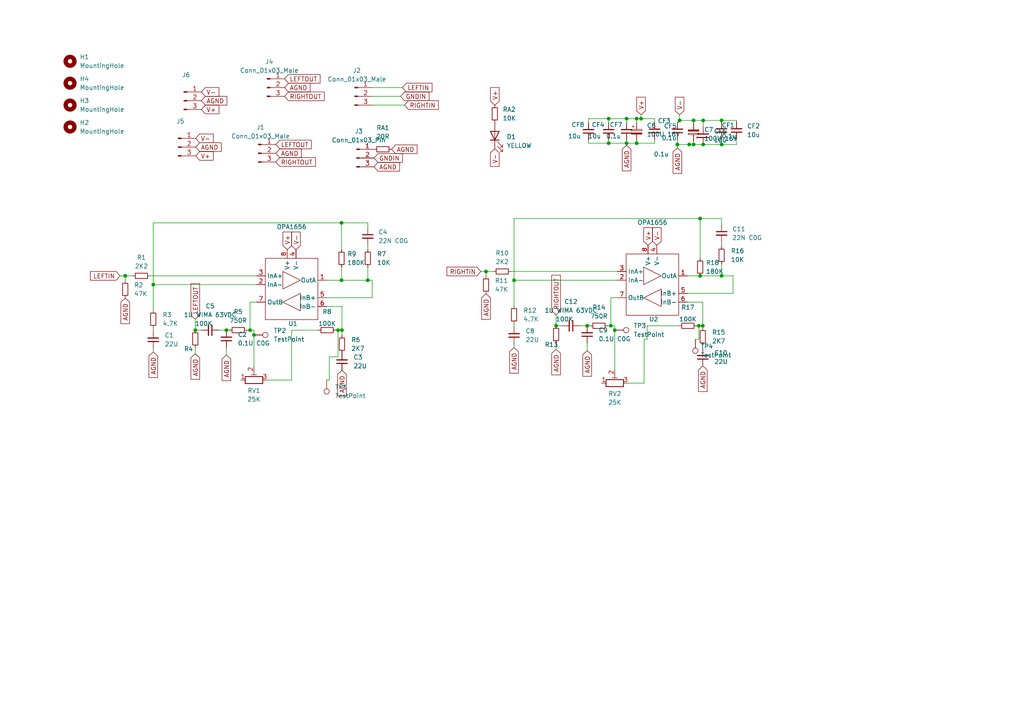
<source format=kicad_sch>
(kicad_sch (version 20231120) (generator "eeschema") (generator_version "8.0")
  (paper "A4")
  (lib_symbols
    (symbol "Amplifier_Audio:OPA2134"
      (property "Reference" "U" (at 0 -2.54 0))
      (property "Value" "OPA2134" (at 0 0 0))
      (symbol "OPA2134_0_1"
        (rectangle (start -7.62 16.51) (end 7.62 -1.27))
        (polyline (pts (xy -2.54 12.7) (xy -2.54 7.62) (xy 2.54 10.16) (xy -2.54 12.7)))
        (polyline (pts (xy 2.54 6.35) (xy 2.54 1.27) (xy -2.54 3.81) (xy 2.54 6.35)))
      )
      (symbol "OPA2134_1_1"
        (pin output line (at 10.16 10.16 180) (length 2.54) (name "OutA") (number "1"))
        (pin input line (at -10.16 8.89 0) (length 2.54) (name "InA-") (number "2"))
        (pin input line (at -10.16 11.43 0) (length 2.54) (name "InA+") (number "3"))
        (pin input line (at 1.27 19.05 270) (length 2.54) (name "V-") (number "4"))
        (pin input line (at 10.16 5.08 180) (length 2.54) (name "InB+") (number "5"))
        (pin input line (at 10.16 2.54 180) (length 2.54) (name "InB-") (number "6"))
        (pin output line (at -10.16 3.81 0) (length 2.54) (name "OutB") (number "7"))
        (pin input line (at -1.27 19.05 270) (length 2.54) (name "V+") (number "8"))
      )
    )
    (symbol "Connector:Conn_01x03_Male" (pin_names (offset 1.016) hide)
      (property "Reference" "J" (at 0 5.08 0))
      (property "Value" "Conn_01x03_Male" (at 0 -5.08 0))
      (symbol "Conn_01x03_Male_1_1"
        (polyline (pts (xy 1.27 -2.54) (xy 0.8636 -2.54)) (stroke (width 0.1524)))
        (polyline (pts (xy 1.27 0) (xy 0.8636 0)) (stroke (width 0.1524)))
        (polyline (pts (xy 1.27 2.54) (xy 0.8636 2.54)) (stroke (width 0.1524)))
        (rectangle (start 0.8636 -2.413) (end 0 -2.667) (stroke (width 0.1524)) (fill (type outline)))
        (rectangle (start 0.8636 0.127) (end 0 -0.127) (stroke (width 0.1524)) (fill (type outline)))
        (rectangle (start 0.8636 2.667) (end 0 2.413) (stroke (width 0.1524)) (fill (type outline)))
        (pin passive line (at 5.08 2.54 180) (length 3.81) (name "Pin_1") (number "1"))
        (pin passive line (at 5.08 0 180) (length 3.81) (name "Pin_2") (number "2"))
        (pin passive line (at 5.08 -2.54 180) (length 3.81) (name "Pin_3") (number "3"))
      )
    )
    (symbol "Connector:Conn_01x03_Pin" (pin_names (offset 1.016) hide)
      (property "Reference" "J" (at 0 5.08 0))
      (property "Value" "Conn_01x03_Pin" (at 0 -5.08 0))
      (symbol "Conn_01x03_Pin_1_1"
        (polyline (pts (xy 1.27 -2.54) (xy 0.8636 -2.54)) (stroke (width 0.1524)))
        (polyline (pts (xy 1.27 0) (xy 0.8636 0)) (stroke (width 0.1524)))
        (polyline (pts (xy 1.27 2.54) (xy 0.8636 2.54)) (stroke (width 0.1524)))
        (rectangle (start 0.8636 -2.413) (end 0 -2.667) (stroke (width 0.1524)) (fill (type outline)))
        (rectangle (start 0.8636 0.127) (end 0 -0.127) (stroke (width 0.1524)) (fill (type outline)))
        (rectangle (start 0.8636 2.667) (end 0 2.413) (stroke (width 0.1524)) (fill (type outline)))
        (pin passive line (at 5.08 2.54 180) (length 3.81) (name "Pin_1") (number "1"))
        (pin passive line (at 5.08 0 180) (length 3.81) (name "Pin_2") (number "2"))
        (pin passive line (at 5.08 -2.54 180) (length 3.81) (name "Pin_3") (number "3"))
      )
    )
    (symbol "Connector:TestPoint" (pin_numbers hide) (pin_names (offset 0.762) hide)
      (property "Reference" "TP" (at 0 6.858 0))
      (property "Value" "TestPoint" (at 0 5.08 0))
      (symbol "TestPoint_0_1"
        (circle (center 0 3.302) (radius 0.762))
      )
      (symbol "TestPoint_1_1"
        (pin passive line (at 0 0 90) (length 2.54) (name "1") (number "1"))
      )
    )
    (symbol "Device:C_Polarized_Small" (pin_numbers hide) (pin_names (offset 0.254) hide)
      (property "Reference" "C" (at 0.254 1.778 0))
      (property "Value" "C_Polarized_Small" (at 0.254 -2.032 0))
      (symbol "C_Polarized_Small_0_1"
        (rectangle (start -1.524 -0.3048) (end 1.524 -0.6858) (fill (type outline)))
        (rectangle (start -1.524 0.6858) (end 1.524 0.3048))
        (polyline (pts (xy -1.27 1.524) (xy -0.762 1.524)))
        (polyline (pts (xy -1.016 1.27) (xy -1.016 1.778)))
      )
      (symbol "C_Polarized_Small_1_1"
        (pin passive line (at 0 2.54 270) (length 1.8542) (name "~") (number "1"))
        (pin passive line (at 0 -2.54 90) (length 1.8542) (name "~") (number "2"))
      )
    )
    (symbol "Device:C_Small" (pin_numbers hide) (pin_names (offset 0.254) hide)
      (property "Reference" "C" (at 0.254 1.778 0))
      (property "Value" "C_Small" (at 0.254 -2.032 0))
      (symbol "C_Small_0_1"
        (polyline (pts (xy -1.524 -0.508) (xy 1.524 -0.508)) (stroke (width 0.3302)))
        (polyline (pts (xy -1.524 0.508) (xy 1.524 0.508)) (stroke (width 0.3048)))
      )
      (symbol "C_Small_1_1"
        (pin passive line (at 0 2.54 270) (length 2.032) (name "~") (number "1"))
        (pin passive line (at 0 -2.54 90) (length 2.032) (name "~") (number "2"))
      )
    )
    (symbol "Device:LED" (pin_numbers hide) (pin_names (offset 1.016) hide)
      (property "Reference" "D" (at 0 2.54 0))
      (property "Value" "LED" (at 0 -2.54 0))
      (symbol "LED_0_1"
        (polyline (pts (xy -1.27 -1.27) (xy -1.27 1.27)) (stroke (width 0.254)))
        (polyline (pts (xy -1.27 0) (xy 1.27 0)))
        (polyline (pts (xy 1.27 -1.27) (xy 1.27 1.27) (xy -1.27 0) (xy 1.27 -1.27)) (stroke (width 0.254)))
        (polyline (pts (xy -3.048 -0.762) (xy -4.572 -2.286) (xy -3.81 -2.286) (xy -4.572 -2.286) (xy -4.572 -1.524)))
        (polyline (pts (xy -1.778 -0.762) (xy -3.302 -2.286) (xy -2.54 -2.286) (xy -3.302 -2.286) (xy -3.302 -1.524)))
      )
      (symbol "LED_1_1"
        (pin passive line (at -3.81 0 0) (length 2.54) (name "K") (number "1"))
        (pin passive line (at 3.81 0 180) (length 2.54) (name "A") (number "2"))
      )
    )
    (symbol "Device:R_Potentiometer_Trim" (pin_names (offset 1.016) hide)
      (property "Reference" "RV" (at -4.445 0 90))
      (property "Value" "R_Potentiometer_Trim" (at -2.54 0 90))
      (symbol "R_Potentiometer_Trim_0_1"
        (polyline (pts (xy 1.524 0.762) (xy 1.524 -0.762)))
        (polyline (pts (xy 2.54 0) (xy 1.524 0)))
        (rectangle (start 1.016 2.54) (end -1.016 -2.54) (stroke (width 0.254)))
      )
      (symbol "R_Potentiometer_Trim_1_1"
        (pin passive line (at 0 3.81 270) (length 1.27) (name "1") (number "1"))
        (pin passive line (at 3.81 0 180) (length 1.27) (name "2") (number "2"))
        (pin passive line (at 0 -3.81 90) (length 1.27) (name "3") (number "3"))
      )
    )
    (symbol "Device:R_Small" (pin_numbers hide) (pin_names (offset 0.254) hide)
      (property "Reference" "R" (at 0.762 0.508 0))
      (property "Value" "R_Small" (at 0.762 -1.016 0))
      (symbol "R_Small_0_1"
        (rectangle (start -0.762 1.778) (end 0.762 -1.778) (stroke (width 0.2032)))
      )
      (symbol "R_Small_1_1"
        (pin passive line (at 0 2.54 270) (length 0.762) (name "~") (number "1"))
        (pin passive line (at 0 -2.54 90) (length 0.762) (name "~") (number "2"))
      )
    )
    (symbol "Mechanical:MountingHole" (pin_names (offset 1.016))
      (property "Reference" "H" (at 0 5.08 0))
      (property "Value" "MountingHole" (at 0 3.175 0))
      (symbol "MountingHole_0_1"
        (circle (center 0 0) (radius 1.27) (stroke (width 1.27)))
      )
    )
  )
  (junction (at 72.517 95.758))
  (junction (at 170.307 94.488))
  (junction (at 98.044 95.758))
  (junction (at 178.308 95.758))
  (junction (at 176.53 34.417))
  (junction (at 177.165 94.488))
  (junction (at 203.073 63.373))
  (junction (at 184.658 41.529))
  (junction (at 184.658 34.417))
  (junction (at 99.06 81.28))
  (junction (at 209.296 34.925))
  (junction (at 149.098 81.28))
  (junction (at 106.68 81.28))
  (junction (at 203.962 41.91))
  (junction (at 99.187 95.758))
  (junction (at 202.692 94.488))
  (junction (at 203.073 80.01))
  (junction (at 196.469 41.91))
  (junction (at 197.104 34.925))
  (junction (at 44.45 82.55))
  (junction (at 56.642 95.758))
  (junction (at 201.168 41.91))
  (junction (at 203.835 94.488))
  (junction (at 73.66 97.155))
  (junction (at 185.928 34.417))
  (junction (at 181.737 34.417))
  (junction (at 36.322 80.01))
  (junction (at 140.97 78.74))
  (junction (at 176.53 41.529))
  (junction (at 203.962 34.925))
  (junction (at 99.06 64.643))
  (junction (at 181.737 41.529))
  (junction (at 161.29 94.488))
  (junction (at 65.659 95.758))
  (junction (at 201.168 34.925))
  (junction (at 209.296 80.01))
  (junction (at 199.898 41.91))
  (junction (at 209.296 41.91))
  (wire (pts (xy 187.706 94.488) (xy 187.706 98.425)))
  (wire (pts (xy 106.68 72.39) (xy 106.68 71.12)))
  (wire (pts (xy 116.205 27.94) (xy 107.95 27.94)))
  (wire (pts (xy 98.044 95.758) (xy 99.187 95.758)))
  (wire (pts (xy 99.187 88.9) (xy 99.187 95.758)))
  (wire (pts (xy 72.517 87.63) (xy 74.422 87.63)))
  (wire (pts (xy 149.098 94.742) (xy 149.098 93.853)))
  (wire (pts (xy 170.307 101.727) (xy 170.307 99.568)))
  (wire (pts (xy 99.06 64.643) (xy 99.06 72.39)))
  (wire (pts (xy 99.187 95.758) (xy 99.187 97.282)))
  (wire (pts (xy 92.329 95.758) (xy 84.582 95.758)))
  (wire (pts (xy 213.614 34.925) (xy 209.296 34.925)))
  (wire (pts (xy 177.165 94.488) (xy 177.165 86.36)))
  (wire (pts (xy 178.308 94.488) (xy 177.165 94.488)))
  (wire (pts (xy 196.977 94.488) (xy 187.706 94.488)))
  (wire (pts (xy 95.504 110.236) (xy 94.742 110.236)))
  (wire (pts (xy 176.53 41.529) (xy 181.737 41.529)))
  (wire (pts (xy 197.104 34.925) (xy 201.168 34.925)))
  (wire (pts (xy 56.642 102.616) (xy 56.642 100.838)))
  (wire (pts (xy 203.073 63.373) (xy 203.073 74.93)))
  (wire (pts (xy 94.742 86.36) (xy 107.95 86.36)))
  (wire (pts (xy 184.658 35.687) (xy 184.658 34.417)))
  (wire (pts (xy 184.658 40.767) (xy 184.658 41.529)))
  (wire (pts (xy 176.53 35.56) (xy 176.53 34.417)))
  (wire (pts (xy 177.165 86.36) (xy 179.07 86.36)))
  (wire (pts (xy 176.276 94.488) (xy 177.165 94.488)))
  (wire (pts (xy 184.658 41.529) (xy 189.865 41.529)))
  (wire (pts (xy 189.865 35.433) (xy 189.865 34.417)))
  (wire (pts (xy 201.168 40.894) (xy 201.168 41.91)))
  (wire (pts (xy 107.95 25.4) (xy 116.713 25.4)))
  (wire (pts (xy 140.97 80.137) (xy 140.97 78.74)))
  (wire (pts (xy 178.308 95.758) (xy 178.308 94.488)))
  (wire (pts (xy 209.296 63.373) (xy 203.073 63.373)))
  (wire (pts (xy 99.06 81.28) (xy 106.68 81.28)))
  (wire (pts (xy 161.29 101.346) (xy 161.29 99.568)))
  (wire (pts (xy 73.66 95.758) (xy 72.517 95.758)))
  (wire (pts (xy 94.742 88.9) (xy 99.187 88.9)))
  (wire (pts (xy 140.97 78.74) (xy 143.129 78.74)))
  (wire (pts (xy 107.95 81.28) (xy 107.95 86.36)))
  (wire (pts (xy 203.835 101.092) (xy 203.835 100.203)))
  (wire (pts (xy 213.614 41.91) (xy 209.296 41.91)))
  (wire (pts (xy 149.098 63.373) (xy 203.073 63.373)))
  (wire (pts (xy 98.044 95.758) (xy 98.044 103.505)))
  (wire (pts (xy 209.296 34.925) (xy 203.962 34.925)))
  (wire (pts (xy 170.688 34.417) (xy 176.53 34.417)))
  (wire (pts (xy 201.168 41.91) (xy 203.962 41.91)))
  (wire (pts (xy 63.5 95.758) (xy 65.659 95.758)))
  (wire (pts (xy 44.45 102.108) (xy 44.45 101.092)))
  (wire (pts (xy 185.928 34.417) (xy 184.658 34.417)))
  (wire (pts (xy 181.737 34.417) (xy 181.737 35.56)))
  (wire (pts (xy 170.688 41.529) (xy 176.53 41.529)))
  (wire (pts (xy 44.45 64.643) (xy 99.06 64.643)))
  (wire (pts (xy 199.39 85.09) (xy 212.598 85.09)))
  (wire (pts (xy 209.296 80.01) (xy 212.598 80.01)))
  (wire (pts (xy 43.561 80.01) (xy 74.422 80.01)))
  (wire (pts (xy 44.45 82.55) (xy 74.422 82.55)))
  (wire (pts (xy 149.098 81.28) (xy 179.07 81.28)))
  (wire (pts (xy 197.104 33.274) (xy 197.104 34.925)))
  (wire (pts (xy 199.771 41.783) (xy 199.898 41.91)))
  (wire (pts (xy 56.642 92.583) (xy 56.642 95.758)))
  (wire (pts (xy 71.628 95.758) (xy 72.517 95.758)))
  (wire (pts (xy 99.06 77.47) (xy 99.06 81.28)))
  (wire (pts (xy 106.68 64.643) (xy 99.06 64.643)))
  (wire (pts (xy 106.68 77.47) (xy 106.68 81.28)))
  (wire (pts (xy 203.835 94.488) (xy 203.835 95.123)))
  (wire (pts (xy 170.307 94.488) (xy 171.196 94.488)))
  (wire (pts (xy 170.688 40.64) (xy 170.688 41.529)))
  (wire (pts (xy 170.688 35.56) (xy 170.688 34.417)))
  (wire (pts (xy 149.098 81.28) (xy 149.098 88.773)))
  (wire (pts (xy 203.073 80.01) (xy 209.296 80.01)))
  (wire (pts (xy 197.104 35.433) (xy 196.469 35.433)))
  (wire (pts (xy 189.865 34.417) (xy 185.928 34.417)))
  (wire (pts (xy 65.659 102.997) (xy 65.659 100.838)))
  (wire (pts (xy 106.68 66.04) (xy 106.68 64.643)))
  (wire (pts (xy 148.209 78.74) (xy 179.07 78.74)))
  (wire (pts (xy 201.168 35.814) (xy 201.168 34.925)))
  (wire (pts (xy 95.504 103.505) (xy 95.504 110.236)))
  (wire (pts (xy 186.817 98.425) (xy 186.817 111.125)))
  (wire (pts (xy 73.66 97.155) (xy 73.66 106.426)))
  (wire (pts (xy 178.308 95.758) (xy 178.308 107.315)))
  (wire (pts (xy 72.517 95.758) (xy 72.517 87.63)))
  (wire (pts (xy 149.098 100.838) (xy 149.098 99.822)))
  (wire (pts (xy 196.469 40.513) (xy 196.469 41.91)))
  (wire (pts (xy 201.168 34.925) (xy 203.962 34.925)))
  (wire (pts (xy 209.296 35.306) (xy 209.296 34.925)))
  (wire (pts (xy 84.582 110.236) (xy 77.47 110.236)))
  (wire (pts (xy 202.692 94.488) (xy 203.835 94.488)))
  (wire (pts (xy 44.45 82.55) (xy 44.45 90.043)))
  (wire (pts (xy 181.737 41.529) (xy 184.658 41.529)))
  (wire (pts (xy 186.817 111.125) (xy 182.118 111.125)))
  (wire (pts (xy 139.446 78.74) (xy 140.97 78.74)))
  (wire (pts (xy 212.598 80.01) (xy 212.598 85.09)))
  (wire (pts (xy 36.322 81.407) (xy 36.322 80.01)))
  (wire (pts (xy 84.582 95.758) (xy 84.582 110.236)))
  (wire (pts (xy 202.692 94.488) (xy 202.692 98.425)))
  (wire (pts (xy 161.29 94.488) (xy 163.068 94.488)))
  (wire (pts (xy 209.296 65.151) (xy 209.296 63.373)))
  (wire (pts (xy 36.322 80.01) (xy 38.481 80.01)))
  (wire (pts (xy 98.044 103.505) (xy 95.504 103.505)))
  (wire (pts (xy 176.53 40.64) (xy 176.53 41.529)))
  (wire (pts (xy 94.742 81.28) (xy 99.06 81.28)))
  (wire (pts (xy 185.928 33.274) (xy 185.928 34.417)))
  (wire (pts (xy 209.296 76.581) (xy 209.296 80.01)))
  (wire (pts (xy 34.798 80.01) (xy 36.322 80.01)))
  (wire (pts (xy 213.614 35.306) (xy 213.614 34.925)))
  (wire (pts (xy 97.409 95.758) (xy 98.044 95.758)))
  (wire (pts (xy 181.737 41.529) (xy 181.737 42.164)))
  (wire (pts (xy 44.45 82.55) (xy 44.45 64.643)))
  (wire (pts (xy 209.296 40.386) (xy 209.296 41.91)))
  (wire (pts (xy 161.29 91.313) (xy 161.29 94.488)))
  (wire (pts (xy 73.66 97.155) (xy 73.66 95.758)))
  (wire (pts (xy 107.95 30.48) (xy 117.348 30.48)))
  (wire (pts (xy 213.614 40.386) (xy 213.614 41.91)))
  (wire (pts (xy 44.45 96.012) (xy 44.45 95.123)))
  (wire (pts (xy 202.692 98.425) (xy 201.676 98.425)))
  (wire (pts (xy 197.104 34.925) (xy 197.104 35.433)))
  (wire (pts (xy 202.057 94.488) (xy 202.692 94.488)))
  (wire (pts (xy 149.098 81.28) (xy 149.098 63.373)))
  (wire (pts (xy 189.865 40.513) (xy 189.865 41.529)))
  (wire (pts (xy 199.39 87.63) (xy 203.835 87.63)))
  (wire (pts (xy 203.962 36.83) (xy 203.962 34.925)))
  (wire (pts (xy 199.898 41.91) (xy 201.168 41.91)))
  (wire (pts (xy 209.296 41.91) (xy 203.962 41.91)))
  (wire (pts (xy 184.658 34.417) (xy 181.737 34.417)))
  (wire (pts (xy 209.296 71.501) (xy 209.296 70.231)))
  (wire (pts (xy 186.817 98.425) (xy 187.706 98.425)))
  (wire (pts (xy 168.148 94.488) (xy 170.307 94.488)))
  (wire (pts (xy 181.737 40.64) (xy 181.737 41.529)))
  (wire (pts (xy 196.469 41.91) (xy 199.898 41.91)))
  (wire (pts (xy 203.835 87.63) (xy 203.835 94.488)))
  (wire (pts (xy 56.642 95.758) (xy 58.42 95.758)))
  (wire (pts (xy 176.53 34.417) (xy 181.737 34.417)))
  (wire (pts (xy 196.469 41.91) (xy 196.469 42.926)))
  (wire (pts (xy 106.68 81.28) (xy 107.95 81.28)))
  (wire (pts (xy 65.659 95.758) (xy 66.548 95.758)))
  (wire (pts (xy 199.39 80.01) (xy 203.073 80.01)))
  (global_label "AGND" (shape input) (at 99.187 107.442 270) (property "Intersheetrefs" "${INTERSHEET_REFS}" (effects (hide yes))))
  (global_label "LEFTIN" (shape input) (at 34.798 80.01 180) (property "Intersheetrefs" "${INTERSHEET_REFS}" (effects (hide yes))))
  (global_label "AGND" (shape input) (at 36.322 86.487 270) (property "Intersheetrefs" "${INTERSHEET_REFS}" (effects (hide yes))))
  (global_label "AGND" (shape input) (at 58.42 29.21 0) (property "Intersheetrefs" "${INTERSHEET_REFS}" (effects (hide yes))))
  (global_label "AGND" (shape input) (at 113.581 43.2981 0) (property "Intersheetrefs" "${INTERSHEET_REFS}" (effects (hide yes))))
  (global_label "V-" (shape input) (at 85.852 72.39 90) (property "Intersheetrefs" "${INTERSHEET_REFS}" (effects (hide yes))))
  (global_label "AGND" (shape input) (at 161.29 101.346 270) (property "Intersheetrefs" "${INTERSHEET_REFS}" (effects (hide yes))))
  (global_label "AGND" (shape input) (at 56.769 42.672 0) (property "Intersheetrefs" "${INTERSHEET_REFS}" (effects (hide yes))))
  (global_label "AGND" (shape input) (at 170.307 101.727 270) (property "Intersheetrefs" "${INTERSHEET_REFS}" (effects (hide yes))))
  (global_label "AGND" (shape input) (at 56.642 102.616 270) (property "Intersheetrefs" "${INTERSHEET_REFS}" (effects (hide yes))))
  (global_label "AGND" (shape input) (at 65.659 102.997 270) (property "Intersheetrefs" "${INTERSHEET_REFS}" (effects (hide yes))))
  (global_label "AGND" (shape input) (at 181.737 42.164 270) (property "Intersheetrefs" "${INTERSHEET_REFS}" (effects (hide yes))))
  (global_label "LEFTOUT" (shape input) (at 56.642 92.583 90) (property "Intersheetrefs" "${INTERSHEET_REFS}" (effects (hide yes))))
  (global_label "V-" (shape input) (at 143.51 43.18 270) (property "Intersheetrefs" "${INTERSHEET_REFS}" (effects (hide yes))))
  (global_label "V-" (shape input) (at 58.42 26.67 0) (property "Intersheetrefs" "${INTERSHEET_REFS}" (effects (hide yes))))
  (global_label "GNDIN" (shape input) (at 116.205 27.94 0) (property "Intersheetrefs" "${INTERSHEET_REFS}" (effects (hide yes))))
  (global_label "AGND" (shape input) (at 44.45 102.108 270) (property "Intersheetrefs" "${INTERSHEET_REFS}" (effects (hide yes))))
  (global_label "V-" (shape input) (at 197.104 33.274 90) (property "Intersheetrefs" "${INTERSHEET_REFS}" (effects (hide yes))))
  (global_label "V+" (shape input) (at 56.769 45.212 0) (property "Intersheetrefs" "${INTERSHEET_REFS}" (effects (hide yes))))
  (global_label "AGND" (shape input) (at 149.098 100.838 270) (property "Intersheetrefs" "${INTERSHEET_REFS}" (effects (hide yes))))
  (global_label "RIGHTOUT" (shape input) (at 82.55 27.94 0) (property "Intersheetrefs" "${INTERSHEET_REFS}" (effects (hide yes))))
  (global_label "V+" (shape input) (at 58.42 31.75 0) (property "Intersheetrefs" "${INTERSHEET_REFS}" (effects (hide yes))))
  (global_label "RIGHTIN" (shape input) (at 139.446 78.74 180) (property "Intersheetrefs" "${INTERSHEET_REFS}" (effects (hide yes))))
  (global_label "RIGHTIN" (shape input) (at 117.348 30.48 0) (property "Intersheetrefs" "${INTERSHEET_REFS}" (effects (hide yes))))
  (global_label "V-" (shape input) (at 190.5 71.12 90) (property "Intersheetrefs" "${INTERSHEET_REFS}" (effects (hide yes))))
  (global_label "V+" (shape input) (at 187.96 71.12 90) (property "Intersheetrefs" "${INTERSHEET_REFS}" (effects (hide yes))))
  (global_label "V+" (shape input) (at 143.51 30.48 90) (property "Intersheetrefs" "${INTERSHEET_REFS}" (effects (hide yes))))
  (global_label "AGND" (shape input) (at 80.01 44.45 0) (property "Intersheetrefs" "${INTERSHEET_REFS}" (effects (hide yes))))
  (global_label "AGND" (shape input) (at 108.501 48.3781 0) (property "Intersheetrefs" "${INTERSHEET_REFS}" (effects (hide yes))))
  (global_label "AGND" (shape input) (at 196.469 42.926 270) (property "Intersheetrefs" "${INTERSHEET_REFS}" (effects (hide yes))))
  (global_label "AGND" (shape input) (at 82.55 25.4 0) (property "Intersheetrefs" "${INTERSHEET_REFS}" (effects (hide yes))))
  (global_label "GNDIN" (shape input) (at 108.501 45.8381 0) (property "Intersheetrefs" "${INTERSHEET_REFS}" (effects (hide yes))))
  (global_label "LEFTOUT" (shape input) (at 80.01 41.91 0) (property "Intersheetrefs" "${INTERSHEET_REFS}" (effects (hide yes))))
  (global_label "RIGHTOUT" (shape input) (at 80.01 46.99 0) (property "Intersheetrefs" "${INTERSHEET_REFS}" (effects (hide yes))))
  (global_label "LEFTOUT" (shape input) (at 82.55 22.86 0) (property "Intersheetrefs" "${INTERSHEET_REFS}" (effects (hide yes))))
  (global_label "LEFTIN" (shape input) (at 116.713 25.4 0) (property "Intersheetrefs" "${INTERSHEET_REFS}" (effects (hide yes))))
  (global_label "V+" (shape input) (at 185.928 33.274 90) (property "Intersheetrefs" "${INTERSHEET_REFS}" (effects (hide yes))))
  (global_label "AGND" (shape input) (at 140.97 85.217 270) (property "Intersheetrefs" "${INTERSHEET_REFS}" (effects (hide yes))))
  (global_label "V-" (shape input) (at 56.769 40.132 0) (property "Intersheetrefs" "${INTERSHEET_REFS}" (effects (hide yes))))
  (global_label "V+" (shape input) (at 83.312 72.39 90) (property "Intersheetrefs" "${INTERSHEET_REFS}" (effects (hide yes))))
  (global_label "RIGHTOUT" (shape input) (at 161.29 91.313 90) (property "Intersheetrefs" "${INTERSHEET_REFS}" (effects (hide yes))))
  (global_label "AGND" (shape input) (at 203.835 106.172 270) (property "Intersheetrefs" "${INTERSHEET_REFS}" (effects (hide yes))))
  (symbol (lib_id "Device:R_Small") (at 203.835 97.663 180) (unit 1)
    (property "Reference" "R15" (at 206.502 96.3929 0) (effects (justify right)))
    (property "Value" "2K7" (at 206.502 98.9329 0) (effects (justify right)))
    (property "Footprint" "Resistor_SMD:R_0805_2012Metric_Pad1.20x1.40mm_HandSolder" (effects (hide yes)))
    (property "Mouser" " 603-RT0805FRE072K7L " (effects (hide yes)))
  )
  (symbol (lib_id "Device:C_Polarized_Small") (at 184.658 38.227 0) (unit 1)
    (property "Reference" "C6" (at 187.579 36.4108 0) (effects (justify left)))
    (property "Value" "100U 16V" (at 187.579 38.9508 0) (effects (justify left)))
    (property "Footprint" "Capacitor_THT:CP_Radial_D6.3mm_P2.50mm" (effects (hide yes)))
  )
  (symbol (lib_id "Device:R_Small") (at 140.97 82.677 180) (unit 1)
    (property "Reference" "R11" (at 143.51 81.4069 0) (effects (justify right)))
    (property "Value" "47K" (at 143.51 83.9469 0) (effects (justify right)))
    (property "Footprint" "Resistor_SMD:R_0805_2012Metric_Pad1.20x1.40mm_HandSolder" (effects (hide yes)))
    (property "Mouser" " 603-RT0805FRE0747KL " (effects (hide yes)))
  )
  (symbol (lib_id "Connector:Conn_01x03_Male") (at 102.87 27.94 0) (unit 1)
    (property "Reference" "J2" (at 103.505 20.447 0))
    (property "Value" "Conn_01x03_Male" (at 103.505 22.987 0))
    (property "Footprint" "Connector_JST:JST_PH_B3B-PH-K_1x03_P2.00mm_Vertical" (effects (hide yes)))
  )
  (symbol (lib_id "Mechanical:MountingHole") (at 20.32 17.78 0) (unit 1)
    (property "Reference" "H1" (at 23.114 16.5099 0) (effects (justify left)))
    (property "Value" "MountingHole" (at 23.114 19.0499 0) (effects (justify left)))
    (property "Footprint" "MountingHole:MountingHole_3.2mm_M3_DIN965_Pad_TopOnly" (effects (hide yes)))
  )
  (symbol (lib_id "Device:R_Small") (at 41.021 80.01 90) (unit 1)
    (property "Reference" "R1" (at 41.021 74.676 90))
    (property "Value" "2K2" (at 41.021 77.216 90))
    (property "Footprint" "Resistor_SMD:R_0805_2012Metric_Pad1.20x1.40mm_HandSolder" (effects (hide yes)))
    (property "Mouser" " 603-RT0805FRE072K2L " (effects (hide yes)))
  )
  (symbol (lib_id "Device:C_Polarized_Small") (at 201.168 38.354 180) (unit 1)
    (property "Reference" "C7" (at 204.216 37.63 0) (effects (justify right)))
    (property "Value" "100U 16V" (at 204.216 40.17 0) (effects (justify right)))
    (property "Footprint" "Capacitor_THT:CP_Radial_D6.3mm_P2.50mm" (effects (hide yes)))
  )
  (symbol (lib_id "Connector:TestPoint") (at 73.66 97.155 270) (unit 1)
    (property "Reference" "TP2" (at 79.375 95.8849 90) (effects (justify left)))
    (property "Value" "TestPoint" (at 79.375 98.4249 90) (effects (justify left)))
    (property "Footprint" "TestPoint:TestPoint_THTPad_1.5x1.5mm_Drill0.7mm" (effects (hide yes)))
  )
  (symbol (lib_id "Device:R_Small") (at 36.322 83.947 180) (unit 1)
    (property "Reference" "R2" (at 38.862 82.6769 0) (effects (justify right)))
    (property "Value" "47K" (at 38.862 85.2169 0) (effects (justify right)))
    (property "Footprint" "Resistor_SMD:R_0805_2012Metric_Pad1.20x1.40mm_HandSolder" (effects (hide yes)))
    (property "Mouser" " 603-RT0805FRE0747KL " (effects (hide yes)))
  )
  (symbol (lib_id "Device:C_Small") (at 209.296 67.691 0) (unit 1)
    (property "Reference" "C11" (at 212.344 66.4272 0) (effects (justify left)))
    (property "Value" "22N C0G" (at 212.344 68.9672 0) (effects (justify left)))
    (property "Footprint" "Capacitor_SMD:C_0805_2012Metric_Pad1.18x1.45mm_HandSolder" (effects (hide yes)))
  )
  (symbol (lib_id "Device:R_Small") (at 44.45 92.583 180) (unit 1)
    (property "Reference" "R3" (at 47.117 91.3129 0) (effects (justify right)))
    (property "Value" "4.7K" (at 47.117 93.8529 0) (effects (justify right)))
    (property "Footprint" "Resistor_SMD:R_0805_2012Metric_Pad1.20x1.40mm_HandSolder" (effects (hide yes)))
    (property "Mouser" " 603-RT0805FRE074K7L " (effects (hide yes)))
  )
  (symbol (lib_id "Device:R_Small") (at 106.68 74.93 180) (unit 1)
    (property "Reference" "R7" (at 109.347 73.6599 0) (effects (justify right)))
    (property "Value" "10K" (at 109.347 76.1999 0) (effects (justify right)))
    (property "Footprint" "Resistor_SMD:R_0805_2012Metric_Pad1.20x1.40mm_HandSolder" (effects (hide yes)))
    (property "Mouser" " 603-RT0805FRE1310KL " (effects (hide yes)))
  )
  (symbol (lib_id "Device:R_Small") (at 203.073 77.47 0) (unit 1)
    (property "Reference" "R18" (at 204.724 76.1999 0) (effects (justify left)))
    (property "Value" "180K" (at 204.724 78.7399 0) (effects (justify left)))
    (property "Footprint" "Resistor_SMD:R_0805_2012Metric_Pad1.20x1.40mm_HandSolder" (effects (hide yes)))
    (property "Mouser" " 603-RT0805FRE07180KL " (effects (hide yes)))
  )
  (symbol (lib_id "Device:R_Small") (at 94.869 95.758 90) (unit 1)
    (property "Reference" "R8" (at 94.869 90.424 90))
    (property "Value" "100K" (at 94.869 93.853 90))
    (property "Footprint" "Resistor_SMD:R_0805_2012Metric_Pad1.20x1.40mm_HandSolder" (effects (hide yes)))
    (property "Mouser" " 603-RT0805FRE10100KL " (effects (hide yes)))
  )
  (symbol (lib_id "Device:C_Small") (at 60.96 95.758 270) (unit 1)
    (property "Reference" "C5" (at 60.9536 88.773 90))
    (property "Value" "1U WIMA 63VDC" (at 60.9536 91.313 90))
    (property "Footprint" "Capacitor_THT:C_Rect_L7.2mm_W11.0mm_P5.00mm_FKS2_FKP2_MKS2_MKP2" (effects (hide yes)))
    (property "Mouser" " 505-MKP2C0411NMN " (effects (hide yes)))
  )
  (symbol (lib_id "Mechanical:MountingHole") (at 20.32 36.83 0) (unit 1)
    (property "Reference" "H2" (at 23.114 35.5599 0) (effects (justify left)))
    (property "Value" "MountingHole" (at 23.114 38.0999 0) (effects (justify left)))
    (property "Footprint" "MountingHole:MountingHole_3.2mm_M3_DIN965_Pad_TopOnly" (effects (hide yes)))
  )
  (symbol (lib_id "Device:R_Small") (at 143.51 33.02 180) (unit 1)
    (property "Reference" "RA2" (at 145.796 31.7499 0) (effects (justify right)))
    (property "Value" "10K" (at 145.796 34.2899 0) (effects (justify right)))
    (property "Footprint" "Resistor_SMD:R_0603_1608Metric" (effects (hide yes)))
  )
  (symbol (lib_id "Device:C_Small") (at 170.307 97.028 180) (unit 1)
    (property "Reference" "C9" (at 173.609 95.7515 0) (effects (justify right)))
    (property "Value" "0.1U C0G" (at 173.609 98.2915 0) (effects (justify right)))
    (property "Footprint" "Capacitor_SMD:C_1206_3216Metric_Pad1.33x1.80mm_HandSolder" (effects (hide yes)))
    (property "Mouser" " 81-GRM3195C1H104GA5D " (effects (hide yes)))
  )
  (symbol (lib_id "Device:R_Small") (at 145.669 78.74 90) (unit 1)
    (property "Reference" "R10" (at 145.669 73.406 90))
    (property "Value" "2K2" (at 145.669 75.946 90))
    (property "Footprint" "Resistor_SMD:R_0805_2012Metric_Pad1.20x1.40mm_HandSolder" (effects (hide yes)))
    (property "Mouser" " 603-RT0805FRE072K2L " (effects (hide yes)))
  )
  (symbol (lib_id "Device:LED") (at 143.51 39.37 90) (unit 1)
    (property "Reference" "D1" (at 146.939 39.6874 90) (effects (justify right)))
    (property "Value" "YELLOW" (at 146.939 42.2274 90) (effects (justify right)))
    (property "Footprint" "LED_SMD:LED_0603_1608Metric_Pad1.05x0.95mm_HandSolder" (effects (hide yes)))
  )
  (symbol (lib_id "Device:C_Small") (at 165.608 94.488 270) (unit 1)
    (property "Reference" "C12" (at 165.6016 87.503 90))
    (property "Value" "1U WIMA 63VDC" (at 165.6016 90.043 90))
    (property "Footprint" "Capacitor_THT:C_Rect_L7.2mm_W11.0mm_P5.00mm_FKS2_FKP2_MKS2_MKP2" (effects (hide yes)))
    (property "Mouser" " 505-MKP2C0411NMN " (effects (hide yes)))
  )
  (symbol (lib_id "Device:R_Potentiometer_Trim") (at 73.66 110.236 90) (unit 1)
    (property "Reference" "RV1" (at 73.66 113.284 90))
    (property "Value" "25K" (at 73.66 115.824 90))
    (property "Footprint" "Potentiometer_THT:Potentiometer_Bourns_3296W_Vertical" (effects (hide yes)))
  )
  (symbol (lib_id "Device:R_Potentiometer_Trim") (at 178.308 111.125 90) (unit 1)
    (property "Reference" "RV2" (at 178.308 114.173 90))
    (property "Value" "25K" (at 178.308 116.713 90))
    (property "Footprint" "Potentiometer_THT:Potentiometer_Bourns_3296W_Vertical" (effects (hide yes)))
  )
  (symbol (lib_id "Device:C_Small") (at 170.688 38.1 180) (unit 1)
    (property "Reference" "CF8" (at 165.735 36.195 0) (effects (justify right)))
    (property "Value" "10u" (at 164.719 39.497 0) (effects (justify right)))
    (property "Footprint" "Capacitor_SMD:C_1206_3216Metric_Pad1.33x1.80mm_HandSolder" (effects (hide yes)))
  )
  (symbol (lib_id "Connector:Conn_01x03_Male") (at 51.689 42.672 0) (unit 1)
    (property "Reference" "J5" (at 52.324 35.179 0))
    (property "Value" "Conn_01x03_Male" (effects (hide yes)))
    (property "Footprint" "Connector_JST:JST_PH_B3B-PH-K_1x03_P2.00mm_Vertical" (effects (hide yes)))
  )
  (symbol (lib_id "Device:R_Small") (at 99.187 99.822 180) (unit 1)
    (property "Reference" "R6" (at 101.854 98.5519 0) (effects (justify right)))
    (property "Value" "2K7" (at 101.854 101.0919 0) (effects (justify right)))
    (property "Footprint" "Resistor_SMD:R_0805_2012Metric_Pad1.20x1.40mm_HandSolder" (effects (hide yes)))
    (property "Mouser" " 603-RT0805FRE072K7L " (effects (hide yes)))
  )
  (symbol (lib_id "Mechanical:MountingHole") (at 20.32 30.48 0) (unit 1)
    (property "Reference" "H3" (at 23.114 29.2099 0) (effects (justify left)))
    (property "Value" "MountingHole" (at 23.114 31.7499 0) (effects (justify left)))
    (property "Footprint" "MountingHole:MountingHole_3.2mm_M3_DIN965_Pad_TopOnly" (effects (hide yes)))
  )
  (symbol (lib_id "Device:C_Small") (at 203.835 103.632 180) (unit 1)
    (property "Reference" "C10" (at 207.137 102.3555 0) (effects (justify right)))
    (property "Value" "22U" (at 207.137 104.8955 0) (effects (justify right)))
    (property "Footprint" "Capacitor_THT:CP_Radial_D6.3mm_P2.50mm" (effects (hide yes)))
  )
  (symbol (lib_id "Mechanical:MountingHole") (at 20.32 24.13 0) (unit 1)
    (property "Reference" "H4" (at 23.114 22.8599 0) (effects (justify left)))
    (property "Value" "MountingHole" (at 23.114 25.3999 0) (effects (justify left)))
    (property "Footprint" "MountingHole:MountingHole_3.2mm_M3_DIN965_Pad_TopOnly" (effects (hide yes)))
  )
  (symbol (lib_id "Device:R_Small") (at 161.29 97.028 180) (unit 1)
    (property "Reference" "R13" (at 157.988 99.949 0) (effects (justify right)))
    (property "Value" "100K" (at 161.163 92.583 0) (effects (justify right)))
    (property "Footprint" "Resistor_SMD:R_0805_2012Metric_Pad1.20x1.40mm_HandSolder" (effects (hide yes)))
    (property "Mouser" " 603-RT0805FRE10100KL " (effects (hide yes)))
  )
  (symbol (lib_id "Connector:Conn_01x03_Male") (at 74.93 44.45 0) (unit 1)
    (property "Reference" "J1" (at 75.565 36.957 0))
    (property "Value" "Conn_01x03_Male" (at 75.565 39.497 0))
    (property "Footprint" "Connector_JST:JST_PH_B3B-PH-K_1x03_P2.00mm_Vertical" (effects (hide yes)))
  )
  (symbol (lib_id "Amplifier_Audio:OPA2134") (at 189.23 90.17 0) (unit 1)
    (property "Reference" "U2" (at 189.611 92.583 0))
    (property "Value" "OPA1656" (at 189.23 64.516 0))
    (property "Footprint" "Package_DIP:DIP-8_W7.62mm_Socket" (effects (hide yes)))
    (property "Mouser" "595-OPA1656IDR" (effects (hide yes)))
  )
  (symbol (lib_id "Device:R_Small") (at 69.088 95.758 90) (unit 1)
    (property "Reference" "R5" (at 69.088 90.424 90))
    (property "Value" "750R" (at 69.088 92.964 90))
    (property "Footprint" "Resistor_SMD:R_0805_2012Metric_Pad1.20x1.40mm_HandSolder" (effects (hide yes)))
    (property "Mouser" " 603-RT0805FRE07750RL " (effects (hide yes)))
  )
  (symbol (lib_id "Device:C_Small") (at 213.614 37.846 180) (unit 1)
    (property "Reference" "CF2" (at 216.662 36.5695 0) (effects (justify right)))
    (property "Value" "10u" (at 216.662 39.1095 0) (effects (justify right)))
    (property "Footprint" "Capacitor_SMD:C_1206_3216Metric_Pad1.33x1.80mm_HandSolder" (effects (hide yes)))
  )
  (symbol (lib_id "Device:R_Small") (at 149.098 91.313 180) (unit 1)
    (property "Reference" "R12" (at 151.765 90.0429 0) (effects (justify right)))
    (property "Value" "4.7K" (at 151.765 92.5829 0) (effects (justify right)))
    (property "Footprint" "Resistor_SMD:R_0805_2012Metric_Pad1.20x1.40mm_HandSolder" (effects (hide yes)))
    (property "Mouser" " 603-RT0805FRE074K7L " (effects (hide yes)))
  )
  (symbol (lib_id "Device:C_Small") (at 181.737 38.1 180) (unit 1)
    (property "Reference" "CF7" (at 176.784 36.195 0) (effects (justify right)))
    (property "Value" "0.1u" (at 175.768 39.497 0) (effects (justify right)))
    (property "Footprint" "Capacitor_SMD:C_0805_2012Metric_Pad1.18x1.45mm_HandSolder" (effects (hide yes)))
  )
  (symbol (lib_id "Device:C_Small") (at 209.296 37.846 180) (unit 1)
    (property "Reference" "CF1" (at 209.296 36.322 0) (effects (justify right)))
    (property "Value" "0.1u" (at 209.296 39.497 0) (effects (justify right)))
    (property "Footprint" "Capacitor_SMD:C_0805_2012Metric_Pad1.18x1.45mm_HandSolder" (effects (hide yes)))
  )
  (symbol (lib_id "Connector:TestPoint") (at 94.742 110.236 180) (unit 1)
    (property "Reference" "TP1" (at 97.155 112.2679 0) (effects (justify right)))
    (property "Value" "TestPoint" (at 97.155 114.8079 0) (effects (justify right)))
    (property "Footprint" "TestPoint:TestPoint_THTPad_1.5x1.5mm_Drill0.7mm" (effects (hide yes)))
  )
  (symbol (lib_id "Device:C_Small") (at 149.098 97.282 180) (unit 1)
    (property "Reference" "C8" (at 152.4 96.0055 0) (effects (justify right)))
    (property "Value" "22U" (at 152.4 98.5455 0) (effects (justify right)))
    (property "Footprint" "Capacitor_THT:CP_Radial_D6.3mm_P2.50mm" (effects (hide yes)))
  )
  (symbol (lib_id "Device:C_Small") (at 99.187 104.902 180) (unit 1)
    (property "Reference" "C3" (at 102.489 103.6255 0) (effects (justify right)))
    (property "Value" "22U" (at 102.489 106.1655 0) (effects (justify right)))
    (property "Footprint" "Capacitor_THT:CP_Radial_D6.3mm_P2.50mm" (effects (hide yes)))
  )
  (symbol (lib_id "Device:R_Small") (at 99.06 74.93 0) (unit 1)
    (property "Reference" "R9" (at 100.711 73.6599 0) (effects (justify left)))
    (property "Value" "180K" (at 100.711 76.1999 0) (effects (justify left)))
    (property "Footprint" "Resistor_SMD:R_0805_2012Metric_Pad1.20x1.40mm_HandSolder" (effects (hide yes)))
    (property "Mouser" " 603-RT0805FRE07180KL " (effects (hide yes)))
  )
  (symbol (lib_id "Device:C_Small") (at 189.865 37.973 180) (unit 1)
    (property "Reference" "CF3" (at 190.754 35.052 0) (effects (justify right)))
    (property "Value" "0.1u" (at 189.611 44.704 0) (effects (justify right)))
    (property "Footprint" "Capacitor_SMD:C_0805_2012Metric_Pad1.18x1.45mm_HandSolder" (effects (hide yes)))
  )
  (symbol (lib_id "Device:R_Small") (at 56.642 98.298 180) (unit 1)
    (property "Reference" "R4" (at 53.34 101.219 0) (effects (justify right)))
    (property "Value" "100K" (at 56.515 93.853 0) (effects (justify right)))
    (property "Footprint" "Resistor_SMD:R_0805_2012Metric_Pad1.20x1.40mm_HandSolder" (effects (hide yes)))
    (property "Mouser" " 603-RT0805FRE10100KL " (effects (hide yes)))
  )
  (symbol (lib_id "Connector:Conn_01x03_Male") (at 53.34 29.21 0) (unit 1)
    (property "Reference" "J6" (at 53.975 21.717 0))
    (property "Value" "Conn_01x03_Male" (effects (hide yes)))
    (property "Footprint" "Connector_JST:JST_PH_B3B-PH-K_1x03_P2.00mm_Vertical" (effects (hide yes)))
  )
  (symbol (lib_id "Device:C_Small") (at 176.53 38.1 180) (unit 1)
    (property "Reference" "CF4" (at 171.577 36.195 0) (effects (justify right)))
    (property "Value" "10u" (at 170.561 39.497 0) (effects (justify right)))
    (property "Footprint" "Capacitor_SMD:C_1206_3216Metric_Pad1.33x1.80mm_HandSolder" (effects (hide yes)))
  )
  (symbol (lib_id "Connector:Conn_01x03_Male") (at 77.47 25.4 0) (unit 1)
    (property "Reference" "J4" (at 78.105 17.907 0))
    (property "Value" "Conn_01x03_Male" (at 78.105 20.447 0))
    (property "Footprint" "Connector_PinHeader_2.54mm:PinHeader_1x03_P2.54mm_Vertical" (effects (hide yes)))
  )
  (symbol (lib_id "Device:R_Small") (at 111.041 43.2981 270) (unit 1)
    (property "Reference" "RA1" (at 111.041 37.0751 90))
    (property "Value" "20R" (at 111.041 39.6151 90))
    (property "Footprint" "Resistor_SMD:R_0603_1608Metric" (effects (hide yes)))
  )
  (symbol (lib_id "Device:C_Small") (at 203.962 39.37 180) (unit 1)
    (property "Reference" "CF6" (at 207.01 38.0935 0) (effects (justify right)))
    (property "Value" "10u" (at 207.01 40.6335 0) (effects (justify right)))
    (property "Footprint" "Capacitor_SMD:C_1206_3216Metric_Pad1.33x1.80mm_HandSolder" (effects (hide yes)))
  )
  (symbol (lib_id "Device:C_Small") (at 106.68 68.58 0) (unit 1)
    (property "Reference" "C4" (at 109.728 67.3162 0) (effects (justify left)))
    (property "Value" "22N C0G" (at 109.728 69.8562 0) (effects (justify left)))
    (property "Footprint" "Capacitor_SMD:C_0805_2012Metric_Pad1.18x1.45mm_HandSolder" (effects (hide yes)))
  )
  (symbol (lib_id "Device:R_Small") (at 209.296 74.041 180) (unit 1)
    (property "Reference" "R16" (at 211.963 72.7709 0) (effects (justify right)))
    (property "Value" "10K" (at 211.963 75.3109 0) (effects (justify right)))
    (property "Footprint" "Resistor_SMD:R_0805_2012Metric_Pad1.20x1.40mm_HandSolder" (effects (hide yes)))
    (property "Mouser" " 603-RT0805FRE1310KL " (effects (hide yes)))
  )
  (symbol (lib_id "Device:C_Small") (at 65.659 98.298 180) (unit 1)
    (property "Reference" "C2" (at 68.961 97.0215 0) (effects (justify right)))
    (property "Value" "0.1U C0G" (at 68.961 99.5615 0) (effects (justify right)))
    (property "Footprint" "Capacitor_SMD:C_1206_3216Metric_Pad1.33x1.80mm_HandSolder" (effects (hide yes)))
    (property "Mouser" " 81-GRM3195C1H104GA5D " (effects (hide yes)))
  )
  (symbol (lib_id "Device:R_Small") (at 173.736 94.488 90) (unit 1)
    (property "Reference" "R14" (at 173.736 89.154 90))
    (property "Value" "750R" (at 173.736 91.694 90))
    (property "Footprint" "Resistor_SMD:R_0805_2012Metric_Pad1.20x1.40mm_HandSolder" (effects (hide yes)))
    (property "Mouser" " 603-RT0805FRE07750RL " (effects (hide yes)))
  )
  (symbol (lib_id "Device:C_Small") (at 44.45 98.552 180) (unit 1)
    (property "Reference" "C1" (at 47.752 97.2755 0) (effects (justify right)))
    (property "Value" "22U" (at 47.752 99.8155 0) (effects (justify right)))
    (property "Footprint" "Capacitor_THT:CP_Radial_D6.3mm_P2.50mm" (effects (hide yes)))
  )
  (symbol (lib_id "Device:R_Small") (at 199.517 94.488 90) (unit 1)
    (property "Reference" "R17" (at 199.517 89.154 90))
    (property "Value" "100K" (at 199.517 92.583 90))
    (property "Footprint" "Resistor_SMD:R_0805_2012Metric_Pad1.20x1.40mm_HandSolder" (effects (hide yes)))
    (property "Mouser" " 603-RT0805FRE10100KL " (effects (hide yes)))
  )
  (symbol (lib_id "Connector:TestPoint") (at 178.308 95.758 270) (unit 1)
    (property "Reference" "TP3" (at 183.769 94.4879 90) (effects (justify left)))
    (property "Value" "TestPoint" (at 183.769 97.0279 90) (effects (justify left)))
    (property "Footprint" "TestPoint:TestPoint_THTPad_1.5x1.5mm_Drill0.7mm" (effects (hide yes)))
  )
  (symbol (lib_id "Connector:Conn_01x03_Pin") (at 103.421 45.8381 0) (unit 1)
    (property "Reference" "J3" (at 104.056 38.0911 0))
    (property "Value" "Conn_01x03_Pin" (at 104.056 40.6311 0))
    (property "Footprint" "Connector_PinHeader_2.54mm:PinHeader_1x03_P2.54mm_Vertical" (effects (hide yes)))
  )
  (symbol (lib_id "Device:C_Small") (at 196.469 37.973 180) (unit 1)
    (property "Reference" "CF5" (at 192.532 36.576 0) (effects (justify right)))
    (property "Value" "0.1u" (at 191.897 40.005 0) (effects (justify right)))
    (property "Footprint" "Capacitor_SMD:C_0805_2012Metric_Pad1.18x1.45mm_HandSolder" (effects (hide yes)))
  )
  (symbol (lib_id "Connector:TestPoint") (at 201.676 98.425 180) (unit 1)
    (property "Reference" "TP4" (at 203.2 100.4569 0) (effects (justify right)))
    (property "Value" "TestPoint" (at 203.2 102.9969 0) (effects (justify right)))
    (property "Footprint" "TestPoint:TestPoint_THTPad_1.5x1.5mm_Drill0.7mm" (effects (hide yes)))
  )
  (symbol (lib_id "Amplifier_Audio:OPA2134") (at 84.582 91.44 0) (unit 1)
    (property "Reference" "U1" (at 84.963 93.853 0))
    (property "Value" "OPA1656" (at 84.582 65.786 0))
    (property "Footprint" "Package_DIP:DIP-8_W7.62mm_Socket" (effects (hide yes)))
    (property "Mouser" "595-OPA1656IDR" (effects (hide yes)))
  )
)
</source>
